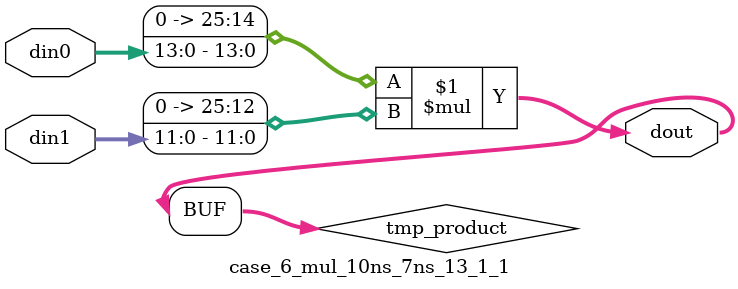
<source format=v>

`timescale 1 ns / 1 ps

 (* use_dsp = "no" *)  module case_6_mul_10ns_7ns_13_1_1(din0, din1, dout);
parameter ID = 1;
parameter NUM_STAGE = 0;
parameter din0_WIDTH = 14;
parameter din1_WIDTH = 12;
parameter dout_WIDTH = 26;

input [din0_WIDTH - 1 : 0] din0; 
input [din1_WIDTH - 1 : 0] din1; 
output [dout_WIDTH - 1 : 0] dout;

wire signed [dout_WIDTH - 1 : 0] tmp_product;
























assign tmp_product = $signed({1'b0, din0}) * $signed({1'b0, din1});











assign dout = tmp_product;





















endmodule

</source>
